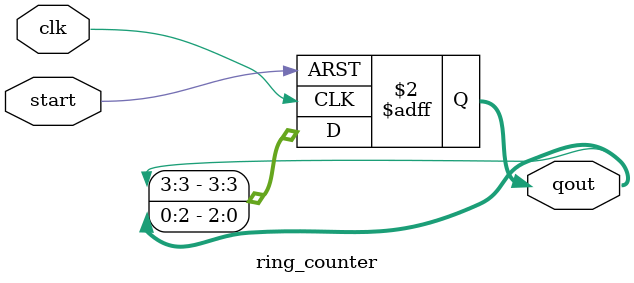
<source format=v>
module ring_counter #(
    parameter N = 4             // Define the default size of the counter
)(
    input wire clk,             // Clock signal
    input wire start,           // Start signal to initialize the counter
    output reg [0:N-1] qout     // Counter output
);

    // Counter logic
    always @(posedge clk or posedge start) begin
        if (start)
            qout <= {1'b1, {N-1{1'b0}}};        // Initialize counter with "1000...0"
        else
            qout <= {qout[N-1], qout[0:N-2]};   // Shift left with wrap-around
    end
endmodule

</source>
